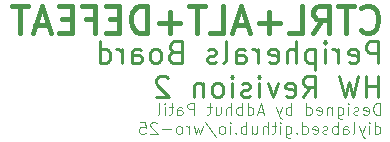
<source format=gbr>
%TF.GenerationSoftware,KiCad,Pcbnew,9.0.2*%
%TF.CreationDate,2025-07-15T17:02:53+05:30*%
%TF.ProjectId,peripherals-board-v2,70657269-7068-4657-9261-6c732d626f61,2*%
%TF.SameCoordinates,Original*%
%TF.FileFunction,Legend,Bot*%
%TF.FilePolarity,Positive*%
%FSLAX46Y46*%
G04 Gerber Fmt 4.6, Leading zero omitted, Abs format (unit mm)*
G04 Created by KiCad (PCBNEW 9.0.2) date 2025-07-15 17:02:53*
%MOMM*%
%LPD*%
G01*
G04 APERTURE LIST*
%ADD10C,0.125000*%
%ADD11C,0.225000*%
%ADD12C,0.460000*%
G04 APERTURE END LIST*
D10*
X90779668Y-67141119D02*
X90779668Y-66141119D01*
X90779668Y-66141119D02*
X90541573Y-66141119D01*
X90541573Y-66141119D02*
X90398716Y-66188738D01*
X90398716Y-66188738D02*
X90303478Y-66283976D01*
X90303478Y-66283976D02*
X90255859Y-66379214D01*
X90255859Y-66379214D02*
X90208240Y-66569690D01*
X90208240Y-66569690D02*
X90208240Y-66712547D01*
X90208240Y-66712547D02*
X90255859Y-66903023D01*
X90255859Y-66903023D02*
X90303478Y-66998261D01*
X90303478Y-66998261D02*
X90398716Y-67093500D01*
X90398716Y-67093500D02*
X90541573Y-67141119D01*
X90541573Y-67141119D02*
X90779668Y-67141119D01*
X89398716Y-67093500D02*
X89493954Y-67141119D01*
X89493954Y-67141119D02*
X89684430Y-67141119D01*
X89684430Y-67141119D02*
X89779668Y-67093500D01*
X89779668Y-67093500D02*
X89827287Y-66998261D01*
X89827287Y-66998261D02*
X89827287Y-66617309D01*
X89827287Y-66617309D02*
X89779668Y-66522071D01*
X89779668Y-66522071D02*
X89684430Y-66474452D01*
X89684430Y-66474452D02*
X89493954Y-66474452D01*
X89493954Y-66474452D02*
X89398716Y-66522071D01*
X89398716Y-66522071D02*
X89351097Y-66617309D01*
X89351097Y-66617309D02*
X89351097Y-66712547D01*
X89351097Y-66712547D02*
X89827287Y-66807785D01*
X88970144Y-67093500D02*
X88874906Y-67141119D01*
X88874906Y-67141119D02*
X88684430Y-67141119D01*
X88684430Y-67141119D02*
X88589192Y-67093500D01*
X88589192Y-67093500D02*
X88541573Y-66998261D01*
X88541573Y-66998261D02*
X88541573Y-66950642D01*
X88541573Y-66950642D02*
X88589192Y-66855404D01*
X88589192Y-66855404D02*
X88684430Y-66807785D01*
X88684430Y-66807785D02*
X88827287Y-66807785D01*
X88827287Y-66807785D02*
X88922525Y-66760166D01*
X88922525Y-66760166D02*
X88970144Y-66664928D01*
X88970144Y-66664928D02*
X88970144Y-66617309D01*
X88970144Y-66617309D02*
X88922525Y-66522071D01*
X88922525Y-66522071D02*
X88827287Y-66474452D01*
X88827287Y-66474452D02*
X88684430Y-66474452D01*
X88684430Y-66474452D02*
X88589192Y-66522071D01*
X88113001Y-67141119D02*
X88113001Y-66474452D01*
X88113001Y-66141119D02*
X88160620Y-66188738D01*
X88160620Y-66188738D02*
X88113001Y-66236357D01*
X88113001Y-66236357D02*
X88065382Y-66188738D01*
X88065382Y-66188738D02*
X88113001Y-66141119D01*
X88113001Y-66141119D02*
X88113001Y-66236357D01*
X87208240Y-66474452D02*
X87208240Y-67283976D01*
X87208240Y-67283976D02*
X87255859Y-67379214D01*
X87255859Y-67379214D02*
X87303478Y-67426833D01*
X87303478Y-67426833D02*
X87398716Y-67474452D01*
X87398716Y-67474452D02*
X87541573Y-67474452D01*
X87541573Y-67474452D02*
X87636811Y-67426833D01*
X87208240Y-67093500D02*
X87303478Y-67141119D01*
X87303478Y-67141119D02*
X87493954Y-67141119D01*
X87493954Y-67141119D02*
X87589192Y-67093500D01*
X87589192Y-67093500D02*
X87636811Y-67045880D01*
X87636811Y-67045880D02*
X87684430Y-66950642D01*
X87684430Y-66950642D02*
X87684430Y-66664928D01*
X87684430Y-66664928D02*
X87636811Y-66569690D01*
X87636811Y-66569690D02*
X87589192Y-66522071D01*
X87589192Y-66522071D02*
X87493954Y-66474452D01*
X87493954Y-66474452D02*
X87303478Y-66474452D01*
X87303478Y-66474452D02*
X87208240Y-66522071D01*
X86732049Y-66474452D02*
X86732049Y-67141119D01*
X86732049Y-66569690D02*
X86684430Y-66522071D01*
X86684430Y-66522071D02*
X86589192Y-66474452D01*
X86589192Y-66474452D02*
X86446335Y-66474452D01*
X86446335Y-66474452D02*
X86351097Y-66522071D01*
X86351097Y-66522071D02*
X86303478Y-66617309D01*
X86303478Y-66617309D02*
X86303478Y-67141119D01*
X85446335Y-67093500D02*
X85541573Y-67141119D01*
X85541573Y-67141119D02*
X85732049Y-67141119D01*
X85732049Y-67141119D02*
X85827287Y-67093500D01*
X85827287Y-67093500D02*
X85874906Y-66998261D01*
X85874906Y-66998261D02*
X85874906Y-66617309D01*
X85874906Y-66617309D02*
X85827287Y-66522071D01*
X85827287Y-66522071D02*
X85732049Y-66474452D01*
X85732049Y-66474452D02*
X85541573Y-66474452D01*
X85541573Y-66474452D02*
X85446335Y-66522071D01*
X85446335Y-66522071D02*
X85398716Y-66617309D01*
X85398716Y-66617309D02*
X85398716Y-66712547D01*
X85398716Y-66712547D02*
X85874906Y-66807785D01*
X84541573Y-67141119D02*
X84541573Y-66141119D01*
X84541573Y-67093500D02*
X84636811Y-67141119D01*
X84636811Y-67141119D02*
X84827287Y-67141119D01*
X84827287Y-67141119D02*
X84922525Y-67093500D01*
X84922525Y-67093500D02*
X84970144Y-67045880D01*
X84970144Y-67045880D02*
X85017763Y-66950642D01*
X85017763Y-66950642D02*
X85017763Y-66664928D01*
X85017763Y-66664928D02*
X84970144Y-66569690D01*
X84970144Y-66569690D02*
X84922525Y-66522071D01*
X84922525Y-66522071D02*
X84827287Y-66474452D01*
X84827287Y-66474452D02*
X84636811Y-66474452D01*
X84636811Y-66474452D02*
X84541573Y-66522071D01*
X83303477Y-67141119D02*
X83303477Y-66141119D01*
X83303477Y-66522071D02*
X83208239Y-66474452D01*
X83208239Y-66474452D02*
X83017763Y-66474452D01*
X83017763Y-66474452D02*
X82922525Y-66522071D01*
X82922525Y-66522071D02*
X82874906Y-66569690D01*
X82874906Y-66569690D02*
X82827287Y-66664928D01*
X82827287Y-66664928D02*
X82827287Y-66950642D01*
X82827287Y-66950642D02*
X82874906Y-67045880D01*
X82874906Y-67045880D02*
X82922525Y-67093500D01*
X82922525Y-67093500D02*
X83017763Y-67141119D01*
X83017763Y-67141119D02*
X83208239Y-67141119D01*
X83208239Y-67141119D02*
X83303477Y-67093500D01*
X82493953Y-66474452D02*
X82255858Y-67141119D01*
X82017763Y-66474452D02*
X82255858Y-67141119D01*
X82255858Y-67141119D02*
X82351096Y-67379214D01*
X82351096Y-67379214D02*
X82398715Y-67426833D01*
X82398715Y-67426833D02*
X82493953Y-67474452D01*
X80922524Y-66855404D02*
X80446334Y-66855404D01*
X81017762Y-67141119D02*
X80684429Y-66141119D01*
X80684429Y-66141119D02*
X80351096Y-67141119D01*
X79589191Y-67141119D02*
X79589191Y-66141119D01*
X79589191Y-67093500D02*
X79684429Y-67141119D01*
X79684429Y-67141119D02*
X79874905Y-67141119D01*
X79874905Y-67141119D02*
X79970143Y-67093500D01*
X79970143Y-67093500D02*
X80017762Y-67045880D01*
X80017762Y-67045880D02*
X80065381Y-66950642D01*
X80065381Y-66950642D02*
X80065381Y-66664928D01*
X80065381Y-66664928D02*
X80017762Y-66569690D01*
X80017762Y-66569690D02*
X79970143Y-66522071D01*
X79970143Y-66522071D02*
X79874905Y-66474452D01*
X79874905Y-66474452D02*
X79684429Y-66474452D01*
X79684429Y-66474452D02*
X79589191Y-66522071D01*
X79113000Y-67141119D02*
X79113000Y-66141119D01*
X79113000Y-66522071D02*
X79017762Y-66474452D01*
X79017762Y-66474452D02*
X78827286Y-66474452D01*
X78827286Y-66474452D02*
X78732048Y-66522071D01*
X78732048Y-66522071D02*
X78684429Y-66569690D01*
X78684429Y-66569690D02*
X78636810Y-66664928D01*
X78636810Y-66664928D02*
X78636810Y-66950642D01*
X78636810Y-66950642D02*
X78684429Y-67045880D01*
X78684429Y-67045880D02*
X78732048Y-67093500D01*
X78732048Y-67093500D02*
X78827286Y-67141119D01*
X78827286Y-67141119D02*
X79017762Y-67141119D01*
X79017762Y-67141119D02*
X79113000Y-67093500D01*
X78208238Y-67141119D02*
X78208238Y-66141119D01*
X77779667Y-67141119D02*
X77779667Y-66617309D01*
X77779667Y-66617309D02*
X77827286Y-66522071D01*
X77827286Y-66522071D02*
X77922524Y-66474452D01*
X77922524Y-66474452D02*
X78065381Y-66474452D01*
X78065381Y-66474452D02*
X78160619Y-66522071D01*
X78160619Y-66522071D02*
X78208238Y-66569690D01*
X76874905Y-66474452D02*
X76874905Y-67141119D01*
X77303476Y-66474452D02*
X77303476Y-66998261D01*
X77303476Y-66998261D02*
X77255857Y-67093500D01*
X77255857Y-67093500D02*
X77160619Y-67141119D01*
X77160619Y-67141119D02*
X77017762Y-67141119D01*
X77017762Y-67141119D02*
X76922524Y-67093500D01*
X76922524Y-67093500D02*
X76874905Y-67045880D01*
X76541571Y-66474452D02*
X76160619Y-66474452D01*
X76398714Y-66141119D02*
X76398714Y-66998261D01*
X76398714Y-66998261D02*
X76351095Y-67093500D01*
X76351095Y-67093500D02*
X76255857Y-67141119D01*
X76255857Y-67141119D02*
X76160619Y-67141119D01*
X75065380Y-67141119D02*
X75065380Y-66141119D01*
X75065380Y-66141119D02*
X74684428Y-66141119D01*
X74684428Y-66141119D02*
X74589190Y-66188738D01*
X74589190Y-66188738D02*
X74541571Y-66236357D01*
X74541571Y-66236357D02*
X74493952Y-66331595D01*
X74493952Y-66331595D02*
X74493952Y-66474452D01*
X74493952Y-66474452D02*
X74541571Y-66569690D01*
X74541571Y-66569690D02*
X74589190Y-66617309D01*
X74589190Y-66617309D02*
X74684428Y-66664928D01*
X74684428Y-66664928D02*
X75065380Y-66664928D01*
X73636809Y-67141119D02*
X73636809Y-66617309D01*
X73636809Y-66617309D02*
X73684428Y-66522071D01*
X73684428Y-66522071D02*
X73779666Y-66474452D01*
X73779666Y-66474452D02*
X73970142Y-66474452D01*
X73970142Y-66474452D02*
X74065380Y-66522071D01*
X73636809Y-67093500D02*
X73732047Y-67141119D01*
X73732047Y-67141119D02*
X73970142Y-67141119D01*
X73970142Y-67141119D02*
X74065380Y-67093500D01*
X74065380Y-67093500D02*
X74112999Y-66998261D01*
X74112999Y-66998261D02*
X74112999Y-66903023D01*
X74112999Y-66903023D02*
X74065380Y-66807785D01*
X74065380Y-66807785D02*
X73970142Y-66760166D01*
X73970142Y-66760166D02*
X73732047Y-66760166D01*
X73732047Y-66760166D02*
X73636809Y-66712547D01*
X73303475Y-66474452D02*
X72922523Y-66474452D01*
X73160618Y-66141119D02*
X73160618Y-66998261D01*
X73160618Y-66998261D02*
X73112999Y-67093500D01*
X73112999Y-67093500D02*
X73017761Y-67141119D01*
X73017761Y-67141119D02*
X72922523Y-67141119D01*
X72589189Y-67141119D02*
X72589189Y-66474452D01*
X72589189Y-66141119D02*
X72636808Y-66188738D01*
X72636808Y-66188738D02*
X72589189Y-66236357D01*
X72589189Y-66236357D02*
X72541570Y-66188738D01*
X72541570Y-66188738D02*
X72589189Y-66141119D01*
X72589189Y-66141119D02*
X72589189Y-66236357D01*
X71970142Y-67141119D02*
X72065380Y-67093500D01*
X72065380Y-67093500D02*
X72112999Y-66998261D01*
X72112999Y-66998261D02*
X72112999Y-66141119D01*
X90351097Y-68751063D02*
X90351097Y-67751063D01*
X90351097Y-68703444D02*
X90446335Y-68751063D01*
X90446335Y-68751063D02*
X90636811Y-68751063D01*
X90636811Y-68751063D02*
X90732049Y-68703444D01*
X90732049Y-68703444D02*
X90779668Y-68655824D01*
X90779668Y-68655824D02*
X90827287Y-68560586D01*
X90827287Y-68560586D02*
X90827287Y-68274872D01*
X90827287Y-68274872D02*
X90779668Y-68179634D01*
X90779668Y-68179634D02*
X90732049Y-68132015D01*
X90732049Y-68132015D02*
X90636811Y-68084396D01*
X90636811Y-68084396D02*
X90446335Y-68084396D01*
X90446335Y-68084396D02*
X90351097Y-68132015D01*
X89874906Y-68751063D02*
X89874906Y-68084396D01*
X89874906Y-67751063D02*
X89922525Y-67798682D01*
X89922525Y-67798682D02*
X89874906Y-67846301D01*
X89874906Y-67846301D02*
X89827287Y-67798682D01*
X89827287Y-67798682D02*
X89874906Y-67751063D01*
X89874906Y-67751063D02*
X89874906Y-67846301D01*
X89493954Y-68084396D02*
X89255859Y-68751063D01*
X89017764Y-68084396D02*
X89255859Y-68751063D01*
X89255859Y-68751063D02*
X89351097Y-68989158D01*
X89351097Y-68989158D02*
X89398716Y-69036777D01*
X89398716Y-69036777D02*
X89493954Y-69084396D01*
X88493954Y-68751063D02*
X88589192Y-68703444D01*
X88589192Y-68703444D02*
X88636811Y-68608205D01*
X88636811Y-68608205D02*
X88636811Y-67751063D01*
X87684430Y-68751063D02*
X87684430Y-68227253D01*
X87684430Y-68227253D02*
X87732049Y-68132015D01*
X87732049Y-68132015D02*
X87827287Y-68084396D01*
X87827287Y-68084396D02*
X88017763Y-68084396D01*
X88017763Y-68084396D02*
X88113001Y-68132015D01*
X87684430Y-68703444D02*
X87779668Y-68751063D01*
X87779668Y-68751063D02*
X88017763Y-68751063D01*
X88017763Y-68751063D02*
X88113001Y-68703444D01*
X88113001Y-68703444D02*
X88160620Y-68608205D01*
X88160620Y-68608205D02*
X88160620Y-68512967D01*
X88160620Y-68512967D02*
X88113001Y-68417729D01*
X88113001Y-68417729D02*
X88017763Y-68370110D01*
X88017763Y-68370110D02*
X87779668Y-68370110D01*
X87779668Y-68370110D02*
X87684430Y-68322491D01*
X87208239Y-68751063D02*
X87208239Y-67751063D01*
X87208239Y-68132015D02*
X87113001Y-68084396D01*
X87113001Y-68084396D02*
X86922525Y-68084396D01*
X86922525Y-68084396D02*
X86827287Y-68132015D01*
X86827287Y-68132015D02*
X86779668Y-68179634D01*
X86779668Y-68179634D02*
X86732049Y-68274872D01*
X86732049Y-68274872D02*
X86732049Y-68560586D01*
X86732049Y-68560586D02*
X86779668Y-68655824D01*
X86779668Y-68655824D02*
X86827287Y-68703444D01*
X86827287Y-68703444D02*
X86922525Y-68751063D01*
X86922525Y-68751063D02*
X87113001Y-68751063D01*
X87113001Y-68751063D02*
X87208239Y-68703444D01*
X86351096Y-68703444D02*
X86255858Y-68751063D01*
X86255858Y-68751063D02*
X86065382Y-68751063D01*
X86065382Y-68751063D02*
X85970144Y-68703444D01*
X85970144Y-68703444D02*
X85922525Y-68608205D01*
X85922525Y-68608205D02*
X85922525Y-68560586D01*
X85922525Y-68560586D02*
X85970144Y-68465348D01*
X85970144Y-68465348D02*
X86065382Y-68417729D01*
X86065382Y-68417729D02*
X86208239Y-68417729D01*
X86208239Y-68417729D02*
X86303477Y-68370110D01*
X86303477Y-68370110D02*
X86351096Y-68274872D01*
X86351096Y-68274872D02*
X86351096Y-68227253D01*
X86351096Y-68227253D02*
X86303477Y-68132015D01*
X86303477Y-68132015D02*
X86208239Y-68084396D01*
X86208239Y-68084396D02*
X86065382Y-68084396D01*
X86065382Y-68084396D02*
X85970144Y-68132015D01*
X85113001Y-68703444D02*
X85208239Y-68751063D01*
X85208239Y-68751063D02*
X85398715Y-68751063D01*
X85398715Y-68751063D02*
X85493953Y-68703444D01*
X85493953Y-68703444D02*
X85541572Y-68608205D01*
X85541572Y-68608205D02*
X85541572Y-68227253D01*
X85541572Y-68227253D02*
X85493953Y-68132015D01*
X85493953Y-68132015D02*
X85398715Y-68084396D01*
X85398715Y-68084396D02*
X85208239Y-68084396D01*
X85208239Y-68084396D02*
X85113001Y-68132015D01*
X85113001Y-68132015D02*
X85065382Y-68227253D01*
X85065382Y-68227253D02*
X85065382Y-68322491D01*
X85065382Y-68322491D02*
X85541572Y-68417729D01*
X84208239Y-68751063D02*
X84208239Y-67751063D01*
X84208239Y-68703444D02*
X84303477Y-68751063D01*
X84303477Y-68751063D02*
X84493953Y-68751063D01*
X84493953Y-68751063D02*
X84589191Y-68703444D01*
X84589191Y-68703444D02*
X84636810Y-68655824D01*
X84636810Y-68655824D02*
X84684429Y-68560586D01*
X84684429Y-68560586D02*
X84684429Y-68274872D01*
X84684429Y-68274872D02*
X84636810Y-68179634D01*
X84636810Y-68179634D02*
X84589191Y-68132015D01*
X84589191Y-68132015D02*
X84493953Y-68084396D01*
X84493953Y-68084396D02*
X84303477Y-68084396D01*
X84303477Y-68084396D02*
X84208239Y-68132015D01*
X83732048Y-68655824D02*
X83684429Y-68703444D01*
X83684429Y-68703444D02*
X83732048Y-68751063D01*
X83732048Y-68751063D02*
X83779667Y-68703444D01*
X83779667Y-68703444D02*
X83732048Y-68655824D01*
X83732048Y-68655824D02*
X83732048Y-68751063D01*
X82827287Y-68084396D02*
X82827287Y-68893920D01*
X82827287Y-68893920D02*
X82874906Y-68989158D01*
X82874906Y-68989158D02*
X82922525Y-69036777D01*
X82922525Y-69036777D02*
X83017763Y-69084396D01*
X83017763Y-69084396D02*
X83160620Y-69084396D01*
X83160620Y-69084396D02*
X83255858Y-69036777D01*
X82827287Y-68703444D02*
X82922525Y-68751063D01*
X82922525Y-68751063D02*
X83113001Y-68751063D01*
X83113001Y-68751063D02*
X83208239Y-68703444D01*
X83208239Y-68703444D02*
X83255858Y-68655824D01*
X83255858Y-68655824D02*
X83303477Y-68560586D01*
X83303477Y-68560586D02*
X83303477Y-68274872D01*
X83303477Y-68274872D02*
X83255858Y-68179634D01*
X83255858Y-68179634D02*
X83208239Y-68132015D01*
X83208239Y-68132015D02*
X83113001Y-68084396D01*
X83113001Y-68084396D02*
X82922525Y-68084396D01*
X82922525Y-68084396D02*
X82827287Y-68132015D01*
X82351096Y-68751063D02*
X82351096Y-68084396D01*
X82351096Y-67751063D02*
X82398715Y-67798682D01*
X82398715Y-67798682D02*
X82351096Y-67846301D01*
X82351096Y-67846301D02*
X82303477Y-67798682D01*
X82303477Y-67798682D02*
X82351096Y-67751063D01*
X82351096Y-67751063D02*
X82351096Y-67846301D01*
X82017763Y-68084396D02*
X81636811Y-68084396D01*
X81874906Y-67751063D02*
X81874906Y-68608205D01*
X81874906Y-68608205D02*
X81827287Y-68703444D01*
X81827287Y-68703444D02*
X81732049Y-68751063D01*
X81732049Y-68751063D02*
X81636811Y-68751063D01*
X81303477Y-68751063D02*
X81303477Y-67751063D01*
X80874906Y-68751063D02*
X80874906Y-68227253D01*
X80874906Y-68227253D02*
X80922525Y-68132015D01*
X80922525Y-68132015D02*
X81017763Y-68084396D01*
X81017763Y-68084396D02*
X81160620Y-68084396D01*
X81160620Y-68084396D02*
X81255858Y-68132015D01*
X81255858Y-68132015D02*
X81303477Y-68179634D01*
X79970144Y-68084396D02*
X79970144Y-68751063D01*
X80398715Y-68084396D02*
X80398715Y-68608205D01*
X80398715Y-68608205D02*
X80351096Y-68703444D01*
X80351096Y-68703444D02*
X80255858Y-68751063D01*
X80255858Y-68751063D02*
X80113001Y-68751063D01*
X80113001Y-68751063D02*
X80017763Y-68703444D01*
X80017763Y-68703444D02*
X79970144Y-68655824D01*
X79493953Y-68751063D02*
X79493953Y-67751063D01*
X79493953Y-68132015D02*
X79398715Y-68084396D01*
X79398715Y-68084396D02*
X79208239Y-68084396D01*
X79208239Y-68084396D02*
X79113001Y-68132015D01*
X79113001Y-68132015D02*
X79065382Y-68179634D01*
X79065382Y-68179634D02*
X79017763Y-68274872D01*
X79017763Y-68274872D02*
X79017763Y-68560586D01*
X79017763Y-68560586D02*
X79065382Y-68655824D01*
X79065382Y-68655824D02*
X79113001Y-68703444D01*
X79113001Y-68703444D02*
X79208239Y-68751063D01*
X79208239Y-68751063D02*
X79398715Y-68751063D01*
X79398715Y-68751063D02*
X79493953Y-68703444D01*
X78589191Y-68655824D02*
X78541572Y-68703444D01*
X78541572Y-68703444D02*
X78589191Y-68751063D01*
X78589191Y-68751063D02*
X78636810Y-68703444D01*
X78636810Y-68703444D02*
X78589191Y-68655824D01*
X78589191Y-68655824D02*
X78589191Y-68751063D01*
X78113001Y-68751063D02*
X78113001Y-68084396D01*
X78113001Y-67751063D02*
X78160620Y-67798682D01*
X78160620Y-67798682D02*
X78113001Y-67846301D01*
X78113001Y-67846301D02*
X78065382Y-67798682D01*
X78065382Y-67798682D02*
X78113001Y-67751063D01*
X78113001Y-67751063D02*
X78113001Y-67846301D01*
X77493954Y-68751063D02*
X77589192Y-68703444D01*
X77589192Y-68703444D02*
X77636811Y-68655824D01*
X77636811Y-68655824D02*
X77684430Y-68560586D01*
X77684430Y-68560586D02*
X77684430Y-68274872D01*
X77684430Y-68274872D02*
X77636811Y-68179634D01*
X77636811Y-68179634D02*
X77589192Y-68132015D01*
X77589192Y-68132015D02*
X77493954Y-68084396D01*
X77493954Y-68084396D02*
X77351097Y-68084396D01*
X77351097Y-68084396D02*
X77255859Y-68132015D01*
X77255859Y-68132015D02*
X77208240Y-68179634D01*
X77208240Y-68179634D02*
X77160621Y-68274872D01*
X77160621Y-68274872D02*
X77160621Y-68560586D01*
X77160621Y-68560586D02*
X77208240Y-68655824D01*
X77208240Y-68655824D02*
X77255859Y-68703444D01*
X77255859Y-68703444D02*
X77351097Y-68751063D01*
X77351097Y-68751063D02*
X77493954Y-68751063D01*
X76017764Y-67703444D02*
X76874906Y-68989158D01*
X75779668Y-68084396D02*
X75589192Y-68751063D01*
X75589192Y-68751063D02*
X75398716Y-68274872D01*
X75398716Y-68274872D02*
X75208240Y-68751063D01*
X75208240Y-68751063D02*
X75017764Y-68084396D01*
X74636811Y-68751063D02*
X74636811Y-68084396D01*
X74636811Y-68274872D02*
X74589192Y-68179634D01*
X74589192Y-68179634D02*
X74541573Y-68132015D01*
X74541573Y-68132015D02*
X74446335Y-68084396D01*
X74446335Y-68084396D02*
X74351097Y-68084396D01*
X73874906Y-68751063D02*
X73970144Y-68703444D01*
X73970144Y-68703444D02*
X74017763Y-68655824D01*
X74017763Y-68655824D02*
X74065382Y-68560586D01*
X74065382Y-68560586D02*
X74065382Y-68274872D01*
X74065382Y-68274872D02*
X74017763Y-68179634D01*
X74017763Y-68179634D02*
X73970144Y-68132015D01*
X73970144Y-68132015D02*
X73874906Y-68084396D01*
X73874906Y-68084396D02*
X73732049Y-68084396D01*
X73732049Y-68084396D02*
X73636811Y-68132015D01*
X73636811Y-68132015D02*
X73589192Y-68179634D01*
X73589192Y-68179634D02*
X73541573Y-68274872D01*
X73541573Y-68274872D02*
X73541573Y-68560586D01*
X73541573Y-68560586D02*
X73589192Y-68655824D01*
X73589192Y-68655824D02*
X73636811Y-68703444D01*
X73636811Y-68703444D02*
X73732049Y-68751063D01*
X73732049Y-68751063D02*
X73874906Y-68751063D01*
X73113001Y-68370110D02*
X72351097Y-68370110D01*
X71922525Y-67846301D02*
X71874906Y-67798682D01*
X71874906Y-67798682D02*
X71779668Y-67751063D01*
X71779668Y-67751063D02*
X71541573Y-67751063D01*
X71541573Y-67751063D02*
X71446335Y-67798682D01*
X71446335Y-67798682D02*
X71398716Y-67846301D01*
X71398716Y-67846301D02*
X71351097Y-67941539D01*
X71351097Y-67941539D02*
X71351097Y-68036777D01*
X71351097Y-68036777D02*
X71398716Y-68179634D01*
X71398716Y-68179634D02*
X71970144Y-68751063D01*
X71970144Y-68751063D02*
X71351097Y-68751063D01*
X70446335Y-67751063D02*
X70922525Y-67751063D01*
X70922525Y-67751063D02*
X70970144Y-68227253D01*
X70970144Y-68227253D02*
X70922525Y-68179634D01*
X70922525Y-68179634D02*
X70827287Y-68132015D01*
X70827287Y-68132015D02*
X70589192Y-68132015D01*
X70589192Y-68132015D02*
X70493954Y-68179634D01*
X70493954Y-68179634D02*
X70446335Y-68227253D01*
X70446335Y-68227253D02*
X70398716Y-68322491D01*
X70398716Y-68322491D02*
X70398716Y-68560586D01*
X70398716Y-68560586D02*
X70446335Y-68655824D01*
X70446335Y-68655824D02*
X70493954Y-68703444D01*
X70493954Y-68703444D02*
X70589192Y-68751063D01*
X70589192Y-68751063D02*
X70827287Y-68751063D01*
X70827287Y-68751063D02*
X70922525Y-68703444D01*
X70922525Y-68703444D02*
X70970144Y-68655824D01*
D11*
X90623402Y-62724014D02*
X90623402Y-60924014D01*
X90623402Y-60924014D02*
X89937688Y-60924014D01*
X89937688Y-60924014D02*
X89766259Y-61009728D01*
X89766259Y-61009728D02*
X89680545Y-61095442D01*
X89680545Y-61095442D02*
X89594831Y-61266871D01*
X89594831Y-61266871D02*
X89594831Y-61524014D01*
X89594831Y-61524014D02*
X89680545Y-61695442D01*
X89680545Y-61695442D02*
X89766259Y-61781157D01*
X89766259Y-61781157D02*
X89937688Y-61866871D01*
X89937688Y-61866871D02*
X90623402Y-61866871D01*
X88137688Y-62638300D02*
X88309116Y-62724014D01*
X88309116Y-62724014D02*
X88651974Y-62724014D01*
X88651974Y-62724014D02*
X88823402Y-62638300D01*
X88823402Y-62638300D02*
X88909116Y-62466871D01*
X88909116Y-62466871D02*
X88909116Y-61781157D01*
X88909116Y-61781157D02*
X88823402Y-61609728D01*
X88823402Y-61609728D02*
X88651974Y-61524014D01*
X88651974Y-61524014D02*
X88309116Y-61524014D01*
X88309116Y-61524014D02*
X88137688Y-61609728D01*
X88137688Y-61609728D02*
X88051974Y-61781157D01*
X88051974Y-61781157D02*
X88051974Y-61952585D01*
X88051974Y-61952585D02*
X88909116Y-62124014D01*
X87280545Y-62724014D02*
X87280545Y-61524014D01*
X87280545Y-61866871D02*
X87194831Y-61695442D01*
X87194831Y-61695442D02*
X87109117Y-61609728D01*
X87109117Y-61609728D02*
X86937688Y-61524014D01*
X86937688Y-61524014D02*
X86766259Y-61524014D01*
X86166259Y-62724014D02*
X86166259Y-61524014D01*
X86166259Y-60924014D02*
X86251973Y-61009728D01*
X86251973Y-61009728D02*
X86166259Y-61095442D01*
X86166259Y-61095442D02*
X86080545Y-61009728D01*
X86080545Y-61009728D02*
X86166259Y-60924014D01*
X86166259Y-60924014D02*
X86166259Y-61095442D01*
X85309116Y-61524014D02*
X85309116Y-63324014D01*
X85309116Y-61609728D02*
X85137688Y-61524014D01*
X85137688Y-61524014D02*
X84794830Y-61524014D01*
X84794830Y-61524014D02*
X84623402Y-61609728D01*
X84623402Y-61609728D02*
X84537688Y-61695442D01*
X84537688Y-61695442D02*
X84451973Y-61866871D01*
X84451973Y-61866871D02*
X84451973Y-62381157D01*
X84451973Y-62381157D02*
X84537688Y-62552585D01*
X84537688Y-62552585D02*
X84623402Y-62638300D01*
X84623402Y-62638300D02*
X84794830Y-62724014D01*
X84794830Y-62724014D02*
X85137688Y-62724014D01*
X85137688Y-62724014D02*
X85309116Y-62638300D01*
X83680545Y-62724014D02*
X83680545Y-60924014D01*
X82909117Y-62724014D02*
X82909117Y-61781157D01*
X82909117Y-61781157D02*
X82994831Y-61609728D01*
X82994831Y-61609728D02*
X83166259Y-61524014D01*
X83166259Y-61524014D02*
X83423402Y-61524014D01*
X83423402Y-61524014D02*
X83594831Y-61609728D01*
X83594831Y-61609728D02*
X83680545Y-61695442D01*
X81366260Y-62638300D02*
X81537688Y-62724014D01*
X81537688Y-62724014D02*
X81880546Y-62724014D01*
X81880546Y-62724014D02*
X82051974Y-62638300D01*
X82051974Y-62638300D02*
X82137688Y-62466871D01*
X82137688Y-62466871D02*
X82137688Y-61781157D01*
X82137688Y-61781157D02*
X82051974Y-61609728D01*
X82051974Y-61609728D02*
X81880546Y-61524014D01*
X81880546Y-61524014D02*
X81537688Y-61524014D01*
X81537688Y-61524014D02*
X81366260Y-61609728D01*
X81366260Y-61609728D02*
X81280546Y-61781157D01*
X81280546Y-61781157D02*
X81280546Y-61952585D01*
X81280546Y-61952585D02*
X82137688Y-62124014D01*
X80509117Y-62724014D02*
X80509117Y-61524014D01*
X80509117Y-61866871D02*
X80423403Y-61695442D01*
X80423403Y-61695442D02*
X80337689Y-61609728D01*
X80337689Y-61609728D02*
X80166260Y-61524014D01*
X80166260Y-61524014D02*
X79994831Y-61524014D01*
X78623403Y-62724014D02*
X78623403Y-61781157D01*
X78623403Y-61781157D02*
X78709117Y-61609728D01*
X78709117Y-61609728D02*
X78880545Y-61524014D01*
X78880545Y-61524014D02*
X79223403Y-61524014D01*
X79223403Y-61524014D02*
X79394831Y-61609728D01*
X78623403Y-62638300D02*
X78794831Y-62724014D01*
X78794831Y-62724014D02*
X79223403Y-62724014D01*
X79223403Y-62724014D02*
X79394831Y-62638300D01*
X79394831Y-62638300D02*
X79480545Y-62466871D01*
X79480545Y-62466871D02*
X79480545Y-62295442D01*
X79480545Y-62295442D02*
X79394831Y-62124014D01*
X79394831Y-62124014D02*
X79223403Y-62038300D01*
X79223403Y-62038300D02*
X78794831Y-62038300D01*
X78794831Y-62038300D02*
X78623403Y-61952585D01*
X77509117Y-62724014D02*
X77680546Y-62638300D01*
X77680546Y-62638300D02*
X77766260Y-62466871D01*
X77766260Y-62466871D02*
X77766260Y-60924014D01*
X76909117Y-62638300D02*
X76737689Y-62724014D01*
X76737689Y-62724014D02*
X76394832Y-62724014D01*
X76394832Y-62724014D02*
X76223403Y-62638300D01*
X76223403Y-62638300D02*
X76137689Y-62466871D01*
X76137689Y-62466871D02*
X76137689Y-62381157D01*
X76137689Y-62381157D02*
X76223403Y-62209728D01*
X76223403Y-62209728D02*
X76394832Y-62124014D01*
X76394832Y-62124014D02*
X76651975Y-62124014D01*
X76651975Y-62124014D02*
X76823403Y-62038300D01*
X76823403Y-62038300D02*
X76909117Y-61866871D01*
X76909117Y-61866871D02*
X76909117Y-61781157D01*
X76909117Y-61781157D02*
X76823403Y-61609728D01*
X76823403Y-61609728D02*
X76651975Y-61524014D01*
X76651975Y-61524014D02*
X76394832Y-61524014D01*
X76394832Y-61524014D02*
X76223403Y-61609728D01*
X73394831Y-61781157D02*
X73137688Y-61866871D01*
X73137688Y-61866871D02*
X73051974Y-61952585D01*
X73051974Y-61952585D02*
X72966260Y-62124014D01*
X72966260Y-62124014D02*
X72966260Y-62381157D01*
X72966260Y-62381157D02*
X73051974Y-62552585D01*
X73051974Y-62552585D02*
X73137688Y-62638300D01*
X73137688Y-62638300D02*
X73309117Y-62724014D01*
X73309117Y-62724014D02*
X73994831Y-62724014D01*
X73994831Y-62724014D02*
X73994831Y-60924014D01*
X73994831Y-60924014D02*
X73394831Y-60924014D01*
X73394831Y-60924014D02*
X73223403Y-61009728D01*
X73223403Y-61009728D02*
X73137688Y-61095442D01*
X73137688Y-61095442D02*
X73051974Y-61266871D01*
X73051974Y-61266871D02*
X73051974Y-61438300D01*
X73051974Y-61438300D02*
X73137688Y-61609728D01*
X73137688Y-61609728D02*
X73223403Y-61695442D01*
X73223403Y-61695442D02*
X73394831Y-61781157D01*
X73394831Y-61781157D02*
X73994831Y-61781157D01*
X71937688Y-62724014D02*
X72109117Y-62638300D01*
X72109117Y-62638300D02*
X72194831Y-62552585D01*
X72194831Y-62552585D02*
X72280545Y-62381157D01*
X72280545Y-62381157D02*
X72280545Y-61866871D01*
X72280545Y-61866871D02*
X72194831Y-61695442D01*
X72194831Y-61695442D02*
X72109117Y-61609728D01*
X72109117Y-61609728D02*
X71937688Y-61524014D01*
X71937688Y-61524014D02*
X71680545Y-61524014D01*
X71680545Y-61524014D02*
X71509117Y-61609728D01*
X71509117Y-61609728D02*
X71423403Y-61695442D01*
X71423403Y-61695442D02*
X71337688Y-61866871D01*
X71337688Y-61866871D02*
X71337688Y-62381157D01*
X71337688Y-62381157D02*
X71423403Y-62552585D01*
X71423403Y-62552585D02*
X71509117Y-62638300D01*
X71509117Y-62638300D02*
X71680545Y-62724014D01*
X71680545Y-62724014D02*
X71937688Y-62724014D01*
X69794832Y-62724014D02*
X69794832Y-61781157D01*
X69794832Y-61781157D02*
X69880546Y-61609728D01*
X69880546Y-61609728D02*
X70051974Y-61524014D01*
X70051974Y-61524014D02*
X70394832Y-61524014D01*
X70394832Y-61524014D02*
X70566260Y-61609728D01*
X69794832Y-62638300D02*
X69966260Y-62724014D01*
X69966260Y-62724014D02*
X70394832Y-62724014D01*
X70394832Y-62724014D02*
X70566260Y-62638300D01*
X70566260Y-62638300D02*
X70651974Y-62466871D01*
X70651974Y-62466871D02*
X70651974Y-62295442D01*
X70651974Y-62295442D02*
X70566260Y-62124014D01*
X70566260Y-62124014D02*
X70394832Y-62038300D01*
X70394832Y-62038300D02*
X69966260Y-62038300D01*
X69966260Y-62038300D02*
X69794832Y-61952585D01*
X68937689Y-62724014D02*
X68937689Y-61524014D01*
X68937689Y-61866871D02*
X68851975Y-61695442D01*
X68851975Y-61695442D02*
X68766261Y-61609728D01*
X68766261Y-61609728D02*
X68594832Y-61524014D01*
X68594832Y-61524014D02*
X68423403Y-61524014D01*
X67051975Y-62724014D02*
X67051975Y-60924014D01*
X67051975Y-62638300D02*
X67223403Y-62724014D01*
X67223403Y-62724014D02*
X67566260Y-62724014D01*
X67566260Y-62724014D02*
X67737689Y-62638300D01*
X67737689Y-62638300D02*
X67823403Y-62552585D01*
X67823403Y-62552585D02*
X67909117Y-62381157D01*
X67909117Y-62381157D02*
X67909117Y-61866871D01*
X67909117Y-61866871D02*
X67823403Y-61695442D01*
X67823403Y-61695442D02*
X67737689Y-61609728D01*
X67737689Y-61609728D02*
X67566260Y-61524014D01*
X67566260Y-61524014D02*
X67223403Y-61524014D01*
X67223403Y-61524014D02*
X67051975Y-61609728D01*
X90623402Y-65621913D02*
X90623402Y-63821913D01*
X90623402Y-64679056D02*
X89594831Y-64679056D01*
X89594831Y-65621913D02*
X89594831Y-63821913D01*
X88909117Y-63821913D02*
X88480545Y-65621913D01*
X88480545Y-65621913D02*
X88137688Y-64336199D01*
X88137688Y-64336199D02*
X87794831Y-65621913D01*
X87794831Y-65621913D02*
X87366260Y-63821913D01*
X84280545Y-65621913D02*
X84880545Y-64764770D01*
X85309116Y-65621913D02*
X85309116Y-63821913D01*
X85309116Y-63821913D02*
X84623402Y-63821913D01*
X84623402Y-63821913D02*
X84451973Y-63907627D01*
X84451973Y-63907627D02*
X84366259Y-63993341D01*
X84366259Y-63993341D02*
X84280545Y-64164770D01*
X84280545Y-64164770D02*
X84280545Y-64421913D01*
X84280545Y-64421913D02*
X84366259Y-64593341D01*
X84366259Y-64593341D02*
X84451973Y-64679056D01*
X84451973Y-64679056D02*
X84623402Y-64764770D01*
X84623402Y-64764770D02*
X85309116Y-64764770D01*
X82823402Y-65536199D02*
X82994830Y-65621913D01*
X82994830Y-65621913D02*
X83337688Y-65621913D01*
X83337688Y-65621913D02*
X83509116Y-65536199D01*
X83509116Y-65536199D02*
X83594830Y-65364770D01*
X83594830Y-65364770D02*
X83594830Y-64679056D01*
X83594830Y-64679056D02*
X83509116Y-64507627D01*
X83509116Y-64507627D02*
X83337688Y-64421913D01*
X83337688Y-64421913D02*
X82994830Y-64421913D01*
X82994830Y-64421913D02*
X82823402Y-64507627D01*
X82823402Y-64507627D02*
X82737688Y-64679056D01*
X82737688Y-64679056D02*
X82737688Y-64850484D01*
X82737688Y-64850484D02*
X83594830Y-65021913D01*
X82137688Y-64421913D02*
X81709116Y-65621913D01*
X81709116Y-65621913D02*
X81280545Y-64421913D01*
X80594830Y-65621913D02*
X80594830Y-64421913D01*
X80594830Y-63821913D02*
X80680544Y-63907627D01*
X80680544Y-63907627D02*
X80594830Y-63993341D01*
X80594830Y-63993341D02*
X80509116Y-63907627D01*
X80509116Y-63907627D02*
X80594830Y-63821913D01*
X80594830Y-63821913D02*
X80594830Y-63993341D01*
X79823401Y-65536199D02*
X79651973Y-65621913D01*
X79651973Y-65621913D02*
X79309116Y-65621913D01*
X79309116Y-65621913D02*
X79137687Y-65536199D01*
X79137687Y-65536199D02*
X79051973Y-65364770D01*
X79051973Y-65364770D02*
X79051973Y-65279056D01*
X79051973Y-65279056D02*
X79137687Y-65107627D01*
X79137687Y-65107627D02*
X79309116Y-65021913D01*
X79309116Y-65021913D02*
X79566259Y-65021913D01*
X79566259Y-65021913D02*
X79737687Y-64936199D01*
X79737687Y-64936199D02*
X79823401Y-64764770D01*
X79823401Y-64764770D02*
X79823401Y-64679056D01*
X79823401Y-64679056D02*
X79737687Y-64507627D01*
X79737687Y-64507627D02*
X79566259Y-64421913D01*
X79566259Y-64421913D02*
X79309116Y-64421913D01*
X79309116Y-64421913D02*
X79137687Y-64507627D01*
X78280544Y-65621913D02*
X78280544Y-64421913D01*
X78280544Y-63821913D02*
X78366258Y-63907627D01*
X78366258Y-63907627D02*
X78280544Y-63993341D01*
X78280544Y-63993341D02*
X78194830Y-63907627D01*
X78194830Y-63907627D02*
X78280544Y-63821913D01*
X78280544Y-63821913D02*
X78280544Y-63993341D01*
X77166258Y-65621913D02*
X77337687Y-65536199D01*
X77337687Y-65536199D02*
X77423401Y-65450484D01*
X77423401Y-65450484D02*
X77509115Y-65279056D01*
X77509115Y-65279056D02*
X77509115Y-64764770D01*
X77509115Y-64764770D02*
X77423401Y-64593341D01*
X77423401Y-64593341D02*
X77337687Y-64507627D01*
X77337687Y-64507627D02*
X77166258Y-64421913D01*
X77166258Y-64421913D02*
X76909115Y-64421913D01*
X76909115Y-64421913D02*
X76737687Y-64507627D01*
X76737687Y-64507627D02*
X76651973Y-64593341D01*
X76651973Y-64593341D02*
X76566258Y-64764770D01*
X76566258Y-64764770D02*
X76566258Y-65279056D01*
X76566258Y-65279056D02*
X76651973Y-65450484D01*
X76651973Y-65450484D02*
X76737687Y-65536199D01*
X76737687Y-65536199D02*
X76909115Y-65621913D01*
X76909115Y-65621913D02*
X77166258Y-65621913D01*
X75794830Y-64421913D02*
X75794830Y-65621913D01*
X75794830Y-64593341D02*
X75709116Y-64507627D01*
X75709116Y-64507627D02*
X75537687Y-64421913D01*
X75537687Y-64421913D02*
X75280544Y-64421913D01*
X75280544Y-64421913D02*
X75109116Y-64507627D01*
X75109116Y-64507627D02*
X75023402Y-64679056D01*
X75023402Y-64679056D02*
X75023402Y-65621913D01*
X72880544Y-63993341D02*
X72794830Y-63907627D01*
X72794830Y-63907627D02*
X72623402Y-63821913D01*
X72623402Y-63821913D02*
X72194830Y-63821913D01*
X72194830Y-63821913D02*
X72023402Y-63907627D01*
X72023402Y-63907627D02*
X71937687Y-63993341D01*
X71937687Y-63993341D02*
X71851973Y-64164770D01*
X71851973Y-64164770D02*
X71851973Y-64336199D01*
X71851973Y-64336199D02*
X71937687Y-64593341D01*
X71937687Y-64593341D02*
X72966259Y-65621913D01*
X72966259Y-65621913D02*
X71851973Y-65621913D01*
D12*
X89214286Y-59975556D02*
X89323810Y-60085080D01*
X89323810Y-60085080D02*
X89652381Y-60194603D01*
X89652381Y-60194603D02*
X89871429Y-60194603D01*
X89871429Y-60194603D02*
X90200000Y-60085080D01*
X90200000Y-60085080D02*
X90419048Y-59866032D01*
X90419048Y-59866032D02*
X90528571Y-59646984D01*
X90528571Y-59646984D02*
X90638095Y-59208889D01*
X90638095Y-59208889D02*
X90638095Y-58880318D01*
X90638095Y-58880318D02*
X90528571Y-58442222D01*
X90528571Y-58442222D02*
X90419048Y-58223175D01*
X90419048Y-58223175D02*
X90200000Y-58004127D01*
X90200000Y-58004127D02*
X89871429Y-57894603D01*
X89871429Y-57894603D02*
X89652381Y-57894603D01*
X89652381Y-57894603D02*
X89323810Y-58004127D01*
X89323810Y-58004127D02*
X89214286Y-58113651D01*
X88557143Y-57894603D02*
X87242857Y-57894603D01*
X87900000Y-60194603D02*
X87900000Y-57894603D01*
X85161905Y-60194603D02*
X85928571Y-59099365D01*
X86476190Y-60194603D02*
X86476190Y-57894603D01*
X86476190Y-57894603D02*
X85600000Y-57894603D01*
X85600000Y-57894603D02*
X85380952Y-58004127D01*
X85380952Y-58004127D02*
X85271429Y-58113651D01*
X85271429Y-58113651D02*
X85161905Y-58332699D01*
X85161905Y-58332699D02*
X85161905Y-58661270D01*
X85161905Y-58661270D02*
X85271429Y-58880318D01*
X85271429Y-58880318D02*
X85380952Y-58989841D01*
X85380952Y-58989841D02*
X85600000Y-59099365D01*
X85600000Y-59099365D02*
X86476190Y-59099365D01*
X83080952Y-60194603D02*
X84176190Y-60194603D01*
X84176190Y-60194603D02*
X84176190Y-57894603D01*
X82314285Y-59318413D02*
X80561905Y-59318413D01*
X81438095Y-60194603D02*
X81438095Y-58442222D01*
X79576190Y-59537460D02*
X78480952Y-59537460D01*
X79795238Y-60194603D02*
X79028571Y-57894603D01*
X79028571Y-57894603D02*
X78261905Y-60194603D01*
X76399999Y-60194603D02*
X77495237Y-60194603D01*
X77495237Y-60194603D02*
X77495237Y-57894603D01*
X75961904Y-57894603D02*
X74647618Y-57894603D01*
X75304761Y-60194603D02*
X75304761Y-57894603D01*
X73880951Y-59318413D02*
X72128571Y-59318413D01*
X73004761Y-60194603D02*
X73004761Y-58442222D01*
X71033332Y-60194603D02*
X71033332Y-57894603D01*
X71033332Y-57894603D02*
X70485713Y-57894603D01*
X70485713Y-57894603D02*
X70157142Y-58004127D01*
X70157142Y-58004127D02*
X69938094Y-58223175D01*
X69938094Y-58223175D02*
X69828571Y-58442222D01*
X69828571Y-58442222D02*
X69719047Y-58880318D01*
X69719047Y-58880318D02*
X69719047Y-59208889D01*
X69719047Y-59208889D02*
X69828571Y-59646984D01*
X69828571Y-59646984D02*
X69938094Y-59866032D01*
X69938094Y-59866032D02*
X70157142Y-60085080D01*
X70157142Y-60085080D02*
X70485713Y-60194603D01*
X70485713Y-60194603D02*
X71033332Y-60194603D01*
X68733332Y-58989841D02*
X67966666Y-58989841D01*
X67638094Y-60194603D02*
X68733332Y-60194603D01*
X68733332Y-60194603D02*
X68733332Y-57894603D01*
X68733332Y-57894603D02*
X67638094Y-57894603D01*
X65885714Y-58989841D02*
X66652380Y-58989841D01*
X66652380Y-60194603D02*
X66652380Y-57894603D01*
X66652380Y-57894603D02*
X65557142Y-57894603D01*
X64680951Y-58989841D02*
X63914285Y-58989841D01*
X63585713Y-60194603D02*
X64680951Y-60194603D01*
X64680951Y-60194603D02*
X64680951Y-57894603D01*
X64680951Y-57894603D02*
X63585713Y-57894603D01*
X62709523Y-59537460D02*
X61614285Y-59537460D01*
X62928571Y-60194603D02*
X62161904Y-57894603D01*
X62161904Y-57894603D02*
X61395238Y-60194603D01*
X60957142Y-57894603D02*
X59642856Y-57894603D01*
X60299999Y-60194603D02*
X60299999Y-57894603D01*
M02*

</source>
